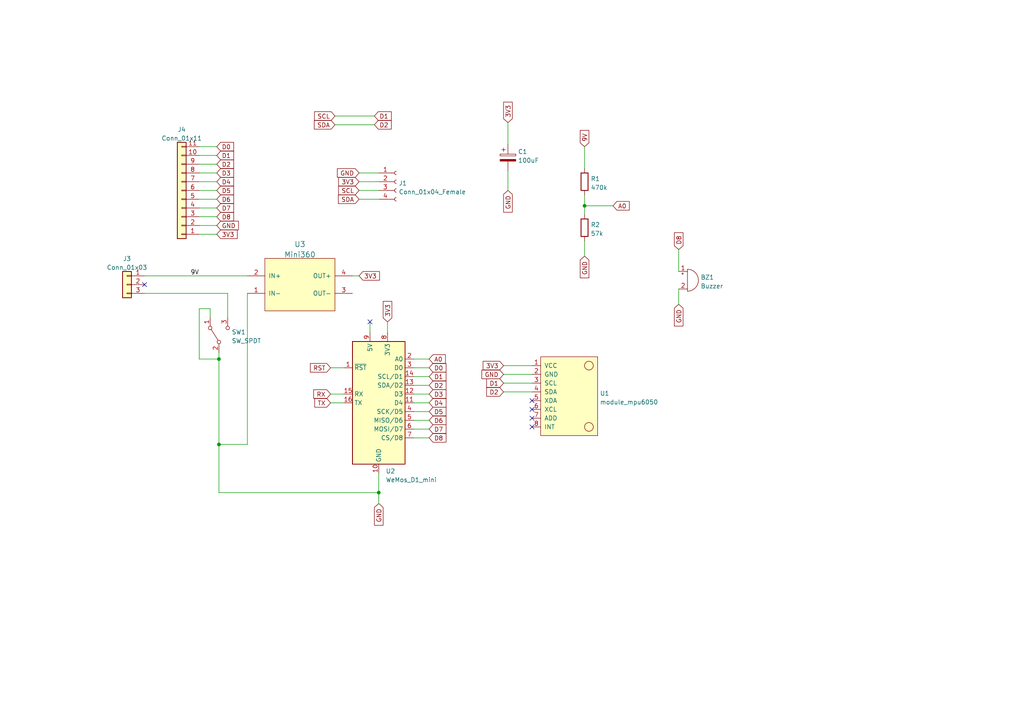
<source format=kicad_sch>
(kicad_sch (version 20211123) (generator eeschema)
  (paper "A4")
  (lib_symbols
    (symbol "Connector:Conn_01x04_Female" (pin_names (offset 1.016) hide)
      (property "Reference" "J" (at 0 5.08 0))
      (property "Value" "Conn_01x04_Female" (at 0 -7.62 0))
      (symbol "Conn_01x04_Female_1_1"
        (arc (start 0 -4.572) (mid -0.508 -5.08) (end 0 -5.588) (stroke (width 0.1524)))
        (arc (start 0 -2.032) (mid -0.508 -2.54) (end 0 -3.048) (stroke (width 0.1524)))
        (polyline (pts (xy -1.27 -5.08) (xy -0.508 -5.08)) (stroke (width 0.1524)))
        (polyline (pts (xy -1.27 -2.54) (xy -0.508 -2.54)) (stroke (width 0.1524)))
        (polyline (pts (xy -1.27 0) (xy -0.508 0)) (stroke (width 0.1524)))
        (polyline (pts (xy -1.27 2.54) (xy -0.508 2.54)) (stroke (width 0.1524)))
        (arc (start 0 0.508) (mid -0.508 0) (end 0 -0.508) (stroke (width 0.1524)))
        (arc (start 0 3.048) (mid -0.508 2.54) (end 0 2.032) (stroke (width 0.1524)))
        (pin passive line (at -5.08 2.54 0) (length 3.81) (name "Pin_1") (number "1"))
        (pin passive line (at -5.08 0 0) (length 3.81) (name "Pin_2") (number "2"))
        (pin passive line (at -5.08 -2.54 0) (length 3.81) (name "Pin_3") (number "3"))
        (pin passive line (at -5.08 -5.08 0) (length 3.81) (name "Pin_4") (number "4"))
      )
    )
    (symbol "Connector_Generic:Conn_01x03" (pin_names (offset 1.016) hide)
      (property "Reference" "J" (at 0 5.08 0))
      (property "Value" "Conn_01x03" (at 0 -5.08 0))
      (symbol "Conn_01x03_1_1"
        (rectangle (start -1.27 -2.413) (end 0 -2.667) (stroke (width 0.1524)))
        (rectangle (start -1.27 0.127) (end 0 -0.127) (stroke (width 0.1524)))
        (rectangle (start -1.27 2.667) (end 0 2.413) (stroke (width 0.1524)))
        (rectangle (start -1.27 3.81) (end 1.27 -3.81) (stroke (width 0.254)) (fill (type background)))
        (pin passive line (at -5.08 2.54 0) (length 3.81) (name "Pin_1") (number "1"))
        (pin passive line (at -5.08 0 0) (length 3.81) (name "Pin_2") (number "2"))
        (pin passive line (at -5.08 -2.54 0) (length 3.81) (name "Pin_3") (number "3"))
      )
    )
    (symbol "Connector_Generic:Conn_01x11" (pin_names (offset 1.016) hide)
      (property "Reference" "J" (at 0 15.24 0))
      (property "Value" "Conn_01x11" (at 0 -15.24 0))
      (symbol "Conn_01x11_1_1"
        (rectangle (start -1.27 -12.573) (end 0 -12.827) (stroke (width 0.1524)))
        (rectangle (start -1.27 -10.033) (end 0 -10.287) (stroke (width 0.1524)))
        (rectangle (start -1.27 -7.493) (end 0 -7.747) (stroke (width 0.1524)))
        (rectangle (start -1.27 -4.953) (end 0 -5.207) (stroke (width 0.1524)))
        (rectangle (start -1.27 -2.413) (end 0 -2.667) (stroke (width 0.1524)))
        (rectangle (start -1.27 0.127) (end 0 -0.127) (stroke (width 0.1524)))
        (rectangle (start -1.27 2.667) (end 0 2.413) (stroke (width 0.1524)))
        (rectangle (start -1.27 5.207) (end 0 4.953) (stroke (width 0.1524)))
        (rectangle (start -1.27 7.747) (end 0 7.493) (stroke (width 0.1524)))
        (rectangle (start -1.27 10.287) (end 0 10.033) (stroke (width 0.1524)))
        (rectangle (start -1.27 12.827) (end 0 12.573) (stroke (width 0.1524)))
        (rectangle (start -1.27 13.97) (end 1.27 -13.97) (stroke (width 0.254)) (fill (type background)))
        (pin passive line (at -5.08 12.7 0) (length 3.81) (name "Pin_1") (number "1"))
        (pin passive line (at -5.08 -10.16 0) (length 3.81) (name "Pin_10") (number "10"))
        (pin passive line (at -5.08 -12.7 0) (length 3.81) (name "Pin_11") (number "11"))
        (pin passive line (at -5.08 10.16 0) (length 3.81) (name "Pin_2") (number "2"))
        (pin passive line (at -5.08 7.62 0) (length 3.81) (name "Pin_3") (number "3"))
        (pin passive line (at -5.08 5.08 0) (length 3.81) (name "Pin_4") (number "4"))
        (pin passive line (at -5.08 2.54 0) (length 3.81) (name "Pin_5") (number "5"))
        (pin passive line (at -5.08 0 0) (length 3.81) (name "Pin_6") (number "6"))
        (pin passive line (at -5.08 -2.54 0) (length 3.81) (name "Pin_7") (number "7"))
        (pin passive line (at -5.08 -5.08 0) (length 3.81) (name "Pin_8") (number "8"))
        (pin passive line (at -5.08 -7.62 0) (length 3.81) (name "Pin_9") (number "9"))
      )
    )
    (symbol "Device:Buzzer" (pin_names (offset 0.0254) hide)
      (property "Reference" "BZ" (at 3.81 1.27 0))
      (property "Value" "Buzzer" (at 3.81 -1.27 0))
      (symbol "Buzzer_0_1"
        (arc (start 0 -3.175) (mid 3.175 0) (end 0 3.175))
        (polyline (pts (xy -1.651 1.905) (xy -1.143 1.905)))
        (polyline (pts (xy -1.397 2.159) (xy -1.397 1.651)))
        (polyline (pts (xy 0 3.175) (xy 0 -3.175)))
      )
      (symbol "Buzzer_1_1"
        (pin passive line (at -2.54 2.54 0) (length 2.54) (name "-") (number "1"))
        (pin passive line (at -2.54 -2.54 0) (length 2.54) (name "+") (number "2"))
      )
    )
    (symbol "Device:C_Polarized" (pin_numbers hide) (pin_names (offset 0.254))
      (property "Reference" "C" (at 0.635 2.54 0))
      (property "Value" "C_Polarized" (at 0.635 -2.54 0))
      (symbol "C_Polarized_0_1"
        (rectangle (start -2.286 0.508) (end 2.286 1.016))
        (polyline (pts (xy -1.778 2.286) (xy -0.762 2.286)))
        (polyline (pts (xy -1.27 2.794) (xy -1.27 1.778)))
        (rectangle (start 2.286 -0.508) (end -2.286 -1.016) (fill (type outline)))
      )
      (symbol "C_Polarized_1_1"
        (pin passive line (at 0 3.81 270) (length 2.794) (name "~") (number "1"))
        (pin passive line (at 0 -3.81 90) (length 2.794) (name "~") (number "2"))
      )
    )
    (symbol "Device:R" (pin_numbers hide) (pin_names (offset 0))
      (property "Reference" "R" (at 2.032 0 90))
      (property "Value" "R" (at 0 0 90))
      (symbol "R_0_1"
        (rectangle (start -1.016 -2.54) (end 1.016 2.54) (stroke (width 0.254)))
      )
      (symbol "R_1_1"
        (pin passive line (at 0 3.81 270) (length 1.27) (name "~") (number "1"))
        (pin passive line (at 0 -3.81 90) (length 1.27) (name "~") (number "2"))
      )
    )
    (symbol "MCU_Module:WeMos_D1_mini"
      (property "Reference" "U" (at 3.81 19.05 0))
      (property "Value" "WeMos_D1_mini" (at 1.27 -19.05 0))
      (symbol "WeMos_D1_mini_1_1"
        (rectangle (start -7.62 17.78) (end 7.62 -17.78) (stroke (width 0.254)) (fill (type background)))
        (pin input line (at -10.16 10.16 0) (length 2.54) (name "~{RST}") (number "1"))
        (pin power_in line (at 0 -20.32 90) (length 2.54) (name "GND") (number "10"))
        (pin bidirectional line (at 10.16 0 180) (length 2.54) (name "D4") (number "11"))
        (pin bidirectional line (at 10.16 2.54 180) (length 2.54) (name "D3") (number "12"))
        (pin bidirectional line (at 10.16 5.08 180) (length 2.54) (name "SDA/D2") (number "13"))
        (pin bidirectional line (at 10.16 7.62 180) (length 2.54) (name "SCL/D1") (number "14"))
        (pin input line (at -10.16 2.54 0) (length 2.54) (name "RX") (number "15"))
        (pin output line (at -10.16 0 0) (length 2.54) (name "TX") (number "16"))
        (pin input line (at 10.16 12.7 180) (length 2.54) (name "A0") (number "2"))
        (pin bidirectional line (at 10.16 10.16 180) (length 2.54) (name "D0") (number "3"))
        (pin bidirectional line (at 10.16 -2.54 180) (length 2.54) (name "SCK/D5") (number "4"))
        (pin bidirectional line (at 10.16 -5.08 180) (length 2.54) (name "MISO/D6") (number "5"))
        (pin bidirectional line (at 10.16 -7.62 180) (length 2.54) (name "MOSI/D7") (number "6"))
        (pin bidirectional line (at 10.16 -10.16 180) (length 2.54) (name "CS/D8") (number "7"))
        (pin power_out line (at 2.54 20.32 270) (length 2.54) (name "3V3") (number "8"))
        (pin power_in line (at -2.54 20.32 270) (length 2.54) (name "5V") (number "9"))
      )
    )
    (symbol "Switch:SW_SPDT" (pin_names (offset 0) hide)
      (property "Reference" "SW" (at 0 4.318 0))
      (property "Value" "SW_SPDT" (at 0 -5.08 0))
      (symbol "SW_SPDT_0_0"
        (circle (center -2.032 0) (radius 0.508))
        (circle (center 2.032 -2.54) (radius 0.508))
      )
      (symbol "SW_SPDT_0_1"
        (polyline (pts (xy -1.524 0.254) (xy 1.651 2.286)))
        (circle (center 2.032 2.54) (radius 0.508))
      )
      (symbol "SW_SPDT_1_1"
        (pin passive line (at 5.08 2.54 180) (length 2.54) (name "A") (number "1"))
        (pin passive line (at -5.08 0 0) (length 2.54) (name "B") (number "2"))
        (pin passive line (at 5.08 -2.54 180) (length 2.54) (name "C") (number "3"))
      )
    )
    (symbol "Usini sensors:module_mpu6050" (pin_names (offset 1.016))
      (property "Reference" "U" (at 2.54 21.59 0))
      (property "Value" "module_mpu6050" (at 11.43 -3.81 0))
      (symbol "module_mpu6050_0_1"
        (rectangle (start 2.54 20.32) (end 19.05 -2.54) (fill (type background)))
        (circle (center 16.51 0) (radius 1.27))
        (circle (center 16.51 17.78) (radius 1.27))
      )
      (symbol "module_mpu6050_1_1"
        (pin input line (at 0 17.78 0) (length 2.54) (name "VCC") (number "1"))
        (pin input line (at 0 15.24 0) (length 2.54) (name "GND") (number "2"))
        (pin input line (at 0 12.7 0) (length 2.54) (name "SCL") (number "3"))
        (pin input line (at 0 10.16 0) (length 2.54) (name "SDA") (number "4"))
        (pin input line (at 0 7.62 0) (length 2.54) (name "XDA") (number "5"))
        (pin input line (at 0 5.08 0) (length 2.54) (name "XCL") (number "6"))
        (pin input line (at 0 2.54 0) (length 2.54) (name "ADD") (number "7"))
        (pin input line (at 0 0 0) (length 2.54) (name "INT") (number "8"))
      )
    )
    (symbol "mini360:Mini360" (pin_names (offset 1.016))
      (property "Reference" "U" (at 0 -5.08 0))
      (property "Value" "Mini360" (at 0 5.08 0))
      (symbol "Mini360_0_1"
        (rectangle (start -10.16 7.62) (end 10.16 -7.62) (fill (type background)))
      )
      (symbol "Mini360_1_1"
        (pin power_in line (at -15.24 -2.54 0) (length 5.08) (name "IN-") (number "1"))
        (pin power_in line (at -15.24 2.54 0) (length 5.08) (name "IN+") (number "2"))
        (pin power_out line (at 15.24 -2.54 180) (length 5.08) (name "OUT-") (number "3"))
        (pin power_out line (at 15.24 2.54 180) (length 5.08) (name "OUT+") (number "4"))
      )
    )
  )
  (junction (at 169.545 59.69))
  (junction (at 63.5 128.905))
  (junction (at 109.855 142.875))
  (junction (at 63.5 104.14))
  (no_connect (at 107.315 93.345))
  (no_connect (at 41.91 82.55))
  (no_connect (at 154.305 116.205))
  (no_connect (at 154.305 121.285))
  (no_connect (at 154.305 123.825))
  (no_connect (at 154.305 118.745))
  (wire (pts (xy 120.015 109.22) (xy 124.46 109.22)))
  (wire (pts (xy 146.05 111.125) (xy 154.305 111.125)))
  (wire (pts (xy 120.015 127) (xy 124.46 127)))
  (wire (pts (xy 120.015 104.14) (xy 124.46 104.14)))
  (wire (pts (xy 57.785 42.545) (xy 62.865 42.545)))
  (wire (pts (xy 147.32 49.53) (xy 147.32 55.245)))
  (wire (pts (xy 146.05 113.665) (xy 154.305 113.665)))
  (wire (pts (xy 60.96 89.535) (xy 57.785 89.535)))
  (wire (pts (xy 95.885 106.68) (xy 99.695 106.68)))
  (wire (pts (xy 120.015 106.68) (xy 124.46 106.68)))
  (wire (pts (xy 63.5 128.905) (xy 71.755 128.905)))
  (wire (pts (xy 120.015 111.76) (xy 124.46 111.76)))
  (wire (pts (xy 57.785 47.625) (xy 62.865 47.625)))
  (wire (pts (xy 97.155 33.655) (xy 108.585 33.655)))
  (wire (pts (xy 120.015 121.92) (xy 124.46 121.92)))
  (wire (pts (xy 57.785 50.165) (xy 62.865 50.165)))
  (wire (pts (xy 196.85 83.82) (xy 196.85 88.265)))
  (wire (pts (xy 57.785 65.405) (xy 62.865 65.405)))
  (wire (pts (xy 57.785 89.535) (xy 57.785 104.14)))
  (wire (pts (xy 146.05 108.585) (xy 154.305 108.585)))
  (wire (pts (xy 104.14 52.705) (xy 109.855 52.705)))
  (wire (pts (xy 109.855 137.16) (xy 109.855 142.875)))
  (wire (pts (xy 41.91 85.09) (xy 66.04 85.09)))
  (wire (pts (xy 196.85 72.39) (xy 196.85 78.74)))
  (wire (pts (xy 71.755 128.905) (xy 71.755 85.09)))
  (wire (pts (xy 57.785 67.945) (xy 62.865 67.945)))
  (wire (pts (xy 112.395 93.345) (xy 112.395 96.52)))
  (wire (pts (xy 169.545 59.69) (xy 169.545 62.23)))
  (wire (pts (xy 57.785 52.705) (xy 62.865 52.705)))
  (wire (pts (xy 57.785 55.245) (xy 62.865 55.245)))
  (wire (pts (xy 97.155 36.195) (xy 108.585 36.195)))
  (wire (pts (xy 57.785 57.785) (xy 62.865 57.785)))
  (wire (pts (xy 169.545 42.545) (xy 169.545 48.895)))
  (wire (pts (xy 120.015 124.46) (xy 124.46 124.46)))
  (wire (pts (xy 104.14 55.245) (xy 109.855 55.245)))
  (wire (pts (xy 57.785 62.865) (xy 62.865 62.865)))
  (wire (pts (xy 120.015 116.84) (xy 124.46 116.84)))
  (wire (pts (xy 109.855 142.875) (xy 109.855 146.05)))
  (wire (pts (xy 63.5 102.235) (xy 63.5 104.14)))
  (wire (pts (xy 57.785 60.325) (xy 62.865 60.325)))
  (wire (pts (xy 169.545 69.85) (xy 169.545 74.295)))
  (wire (pts (xy 63.5 142.875) (xy 109.855 142.875)))
  (wire (pts (xy 104.14 57.785) (xy 109.855 57.785)))
  (wire (pts (xy 63.5 128.905) (xy 63.5 142.875)))
  (wire (pts (xy 41.91 80.01) (xy 71.755 80.01)))
  (wire (pts (xy 169.545 56.515) (xy 169.545 59.69)))
  (wire (pts (xy 57.785 45.085) (xy 62.865 45.085)))
  (wire (pts (xy 63.5 104.14) (xy 63.5 128.905)))
  (wire (pts (xy 95.885 116.84) (xy 99.695 116.84)))
  (wire (pts (xy 95.885 114.3) (xy 99.695 114.3)))
  (wire (pts (xy 120.015 114.3) (xy 124.46 114.3)))
  (wire (pts (xy 147.32 35.56) (xy 147.32 41.91)))
  (wire (pts (xy 104.14 50.165) (xy 109.855 50.165)))
  (wire (pts (xy 66.04 85.09) (xy 66.04 92.075)))
  (wire (pts (xy 102.235 80.01) (xy 104.14 80.01)))
  (wire (pts (xy 107.315 93.345) (xy 107.315 96.52)))
  (wire (pts (xy 146.05 106.045) (xy 154.305 106.045)))
  (wire (pts (xy 57.785 104.14) (xy 63.5 104.14)))
  (wire (pts (xy 169.545 59.69) (xy 177.8 59.69)))
  (wire (pts (xy 120.015 119.38) (xy 124.46 119.38)))
  (wire (pts (xy 60.96 92.075) (xy 60.96 89.535)))
  (label "9V" (at 55.245 80.01 0))
  (global_label "GND" (shape input) (at 104.14 50.165 180) (property "Intersheet References" "${INTERSHEET_REFS}" (effects hide)))
  (global_label "D1" (shape input) (at 62.865 45.085 0) (property "Intersheet References" "${INTERSHEET_REFS}" (effects hide)))
  (global_label "3V3" (shape input) (at 104.14 80.01 0) (property "Intersheet References" "${INTERSHEET_REFS}" (effects hide)))
  (global_label "3V3" (shape input) (at 112.395 93.345 90) (property "Intersheet References" "${INTERSHEET_REFS}" (effects hide)))
  (global_label "GND" (shape input) (at 109.855 146.05 270) (property "Intersheet References" "${INTERSHEET_REFS}" (effects hide)))
  (global_label "D1" (shape input) (at 124.46 109.22 0) (property "Intersheet References" "${INTERSHEET_REFS}" (effects hide)))
  (global_label "GND" (shape input) (at 169.545 74.295 270) (property "Intersheet References" "${INTERSHEET_REFS}" (effects hide)))
  (global_label "D8" (shape input) (at 196.85 72.39 90) (property "Intersheet References" "${INTERSHEET_REFS}" (effects hide)))
  (global_label "D3" (shape input) (at 124.46 114.3 0) (property "Intersheet References" "${INTERSHEET_REFS}" (effects hide)))
  (global_label "D8" (shape input) (at 62.865 62.865 0) (property "Intersheet References" "${INTERSHEET_REFS}" (effects hide)))
  (global_label "D2" (shape input) (at 146.05 113.665 180) (property "Intersheet References" "${INTERSHEET_REFS}" (effects hide)))
  (global_label "3V3" (shape input) (at 146.05 106.045 180) (property "Intersheet References" "${INTERSHEET_REFS}" (effects hide)))
  (global_label "3V3" (shape input) (at 62.865 67.945 0) (property "Intersheet References" "${INTERSHEET_REFS}" (effects hide)))
  (global_label "D6" (shape input) (at 124.46 121.92 0) (property "Intersheet References" "${INTERSHEET_REFS}" (effects hide)))
  (global_label "D2" (shape input) (at 62.865 47.625 0) (property "Intersheet References" "${INTERSHEET_REFS}" (effects hide)))
  (global_label "3V3" (shape input) (at 104.14 52.705 180) (property "Intersheet References" "${INTERSHEET_REFS}" (effects hide)))
  (global_label "D7" (shape input) (at 124.46 124.46 0) (property "Intersheet References" "${INTERSHEET_REFS}" (effects hide)))
  (global_label "GND" (shape input) (at 147.32 55.245 270) (property "Intersheet References" "${INTERSHEET_REFS}" (effects hide)))
  (global_label "D7" (shape input) (at 62.865 60.325 0) (property "Intersheet References" "${INTERSHEET_REFS}" (effects hide)))
  (global_label "9V" (shape input) (at 169.545 42.545 90) (property "Intersheet References" "${INTERSHEET_REFS}" (effects hide)))
  (global_label "D8" (shape input) (at 124.46 127 0) (property "Intersheet References" "${INTERSHEET_REFS}" (effects hide)))
  (global_label "D3" (shape input) (at 62.865 50.165 0) (property "Intersheet References" "${INTERSHEET_REFS}" (effects hide)))
  (global_label "D2" (shape input) (at 124.46 111.76 0) (property "Intersheet References" "${INTERSHEET_REFS}" (effects hide)))
  (global_label "D0" (shape input) (at 62.865 42.545 0) (property "Intersheet References" "${INTERSHEET_REFS}" (effects hide)))
  (global_label "D5" (shape input) (at 62.865 55.245 0) (property "Intersheet References" "${INTERSHEET_REFS}" (effects hide)))
  (global_label "D4" (shape input) (at 62.865 52.705 0) (property "Intersheet References" "${INTERSHEET_REFS}" (effects hide)))
  (global_label "D0" (shape input) (at 124.46 106.68 0) (property "Intersheet References" "${INTERSHEET_REFS}" (effects hide)))
  (global_label "SCL" (shape input) (at 97.155 33.655 180) (property "Intersheet References" "${INTERSHEET_REFS}" (effects hide)))
  (global_label "SCL" (shape input) (at 104.14 55.245 180) (property "Intersheet References" "${INTERSHEET_REFS}" (effects hide)))
  (global_label "D5" (shape input) (at 124.46 119.38 0) (property "Intersheet References" "${INTERSHEET_REFS}" (effects hide)))
  (global_label "GND" (shape input) (at 62.865 65.405 0) (property "Intersheet References" "${INTERSHEET_REFS}" (effects hide)))
  (global_label "D6" (shape input) (at 62.865 57.785 0) (property "Intersheet References" "${INTERSHEET_REFS}" (effects hide)))
  (global_label "RST" (shape input) (at 95.885 106.68 180) (property "Intersheet References" "${INTERSHEET_REFS}" (effects hide)))
  (global_label "SDA" (shape input) (at 104.14 57.785 180) (property "Intersheet References" "${INTERSHEET_REFS}" (effects hide)))
  (global_label "D4" (shape input) (at 124.46 116.84 0) (property "Intersheet References" "${INTERSHEET_REFS}" (effects hide)))
  (global_label "D1" (shape input) (at 108.585 33.655 0) (property "Intersheet References" "${INTERSHEET_REFS}" (effects hide)))
  (global_label "SDA" (shape input) (at 97.155 36.195 180) (property "Intersheet References" "${INTERSHEET_REFS}" (effects hide)))
  (global_label "A0" (shape input) (at 124.46 104.14 0) (property "Intersheet References" "${INTERSHEET_REFS}" (effects hide)))
  (global_label "A0" (shape input) (at 177.8 59.69 0) (property "Intersheet References" "${INTERSHEET_REFS}" (effects hide)))
  (global_label "TX" (shape input) (at 95.885 116.84 180) (property "Intersheet References" "${INTERSHEET_REFS}" (effects hide)))
  (global_label "D2" (shape input) (at 108.585 36.195 0) (property "Intersheet References" "${INTERSHEET_REFS}" (effects hide)))
  (global_label "D1" (shape input) (at 146.05 111.125 180) (property "Intersheet References" "${INTERSHEET_REFS}" (effects hide)))
  (global_label "3V3" (shape input) (at 147.32 35.56 90) (property "Intersheet References" "${INTERSHEET_REFS}" (effects hide)))
  (global_label "GND" (shape input) (at 146.05 108.585 180) (property "Intersheet References" "${INTERSHEET_REFS}" (effects hide)))
  (global_label "GND" (shape input) (at 196.85 88.265 270) (property "Intersheet References" "${INTERSHEET_REFS}" (effects hide)))
  (global_label "RX" (shape input) (at 95.885 114.3 180) (property "Intersheet References" "${INTERSHEET_REFS}" (effects hide)))
  (symbol (lib_id "Usini sensors:module_mpu6050") (at 154.305 123.825 0) (unit 1)
    (property "Reference" "U1" (at 173.99 114.1003 0) (effects (justify left)))
    (property "Value" "module_mpu6050" (at 173.99 116.6372 0) (effects (justify left)))
    (property "Footprint" "Usini sensors:module_mpu6050" (effects hide))
  )
  (symbol (lib_id "Device:C_Polarized") (at 147.32 45.72 0) (unit 1)
    (property "Reference" "C1" (at 150.241 43.9963 0) (effects (justify left)))
    (property "Value" "100uF" (at 150.241 46.5332 0) (effects (justify left)))
    (property "Footprint" "Capacitor_THT:C_Radial_D6.3mm_H5.0mm_P2.50mm" (effects hide))
  )
  (symbol (lib_id "Connector_Generic:Conn_01x11") (at 52.705 55.245 180) (unit 1)
    (property "Reference" "J4" (at 52.705 37.5752 0))
    (property "Value" "Conn_01x11" (at 52.705 40.1121 0))
    (property "Footprint" "Connector_PinSocket_2.54mm:PinSocket_1x11_P2.54mm_Vertical" (effects hide))
  )
  (symbol (lib_id "MCU_Module:WeMos_D1_mini") (at 109.855 116.84 0) (unit 1)
    (property "Reference" "U2" (at 111.8744 136.6504 0) (effects (justify left)))
    (property "Value" "WeMos_D1_mini" (at 111.8744 139.1873 0) (effects (justify left)))
    (property "Footprint" "Module:WEMOS_D1_mini_light" (effects hide))
    (property "Datasheet" "https://wiki.wemos.cc/products:d1:d1_mini#documentation" (effects hide))
  )
  (symbol (lib_id "Switch:SW_SPDT") (at 63.5 97.155 90) (unit 1)
    (property "Reference" "SW1" (at 67.183 96.3203 90) (effects (justify right)))
    (property "Value" "SW_SPDT" (at 67.183 98.8572 90) (effects (justify right)))
    (property "Footprint" "Button_Switch_THT:SW_CuK_JS202011CQN_DPDT_Straight" (effects hide))
  )
  (symbol (lib_id "Connector:Conn_01x04_Female") (at 114.935 52.705 0) (unit 1)
    (property "Reference" "J1" (at 115.6462 53.1403 0) (effects (justify left)))
    (property "Value" "Conn_01x04_Female" (at 115.6462 55.6772 0) (effects (justify left)))
    (property "Footprint" "Connector_PinHeader_2.54mm:PinHeader_1x04_P2.54mm_Horizontal" (effects hide))
  )
  (symbol (lib_id "Device:Buzzer") (at 199.39 81.28 0) (unit 1)
    (property "Reference" "BZ1" (at 203.2 80.4453 0) (effects (justify left)))
    (property "Value" "Buzzer" (at 203.2 82.9822 0) (effects (justify left)))
    (property "Footprint" "Buzzer_Beeper:Buzzer_12x9.5RM7.6" (effects hide))
  )
  (symbol (lib_id "Connector_Generic:Conn_01x03") (at 36.83 82.55 0) (mirror y) (unit 1)
    (property "Reference" "J3" (at 36.83 75.0402 0))
    (property "Value" "Conn_01x03" (at 36.83 77.5771 0))
    (property "Footprint" "Connector_PinSocket_2.54mm:PinSocket_1x03_P2.54mm_Vertical" (effects hide))
  )
  (symbol (lib_id "Device:R") (at 169.545 52.705 180) (unit 1)
    (property "Reference" "R1" (at 171.323 51.8703 0) (effects (justify right)))
    (property "Value" "470k" (at 171.323 54.4072 0) (effects (justify right)))
    (property "Footprint" "Resistor_THT:R_Axial_DIN0204_L3.6mm_D1.6mm_P2.54mm_Vertical" (effects hide))
  )
  (symbol (lib_id "Device:R") (at 169.545 66.04 180) (unit 1)
    (property "Reference" "R2" (at 171.323 65.2053 0) (effects (justify right)))
    (property "Value" "57k" (at 171.323 67.7422 0) (effects (justify right)))
    (property "Footprint" "Resistor_THT:R_Axial_DIN0204_L3.6mm_D1.6mm_P2.54mm_Vertical" (effects hide))
  )
  (symbol (lib_id "mini360:Mini360") (at 86.995 82.55 0) (unit 1)
    (property "Reference" "U3" (at 86.995 70.8459 0) (effects (font (size 1.524 1.524))))
    (property "Value" "Mini360" (at 86.995 73.8393 0) (effects (font (size 1.524 1.524))))
    (property "Footprint" "Mini360_step-down:Mini360_step-down" (effects hide))
  )
)
</source>
